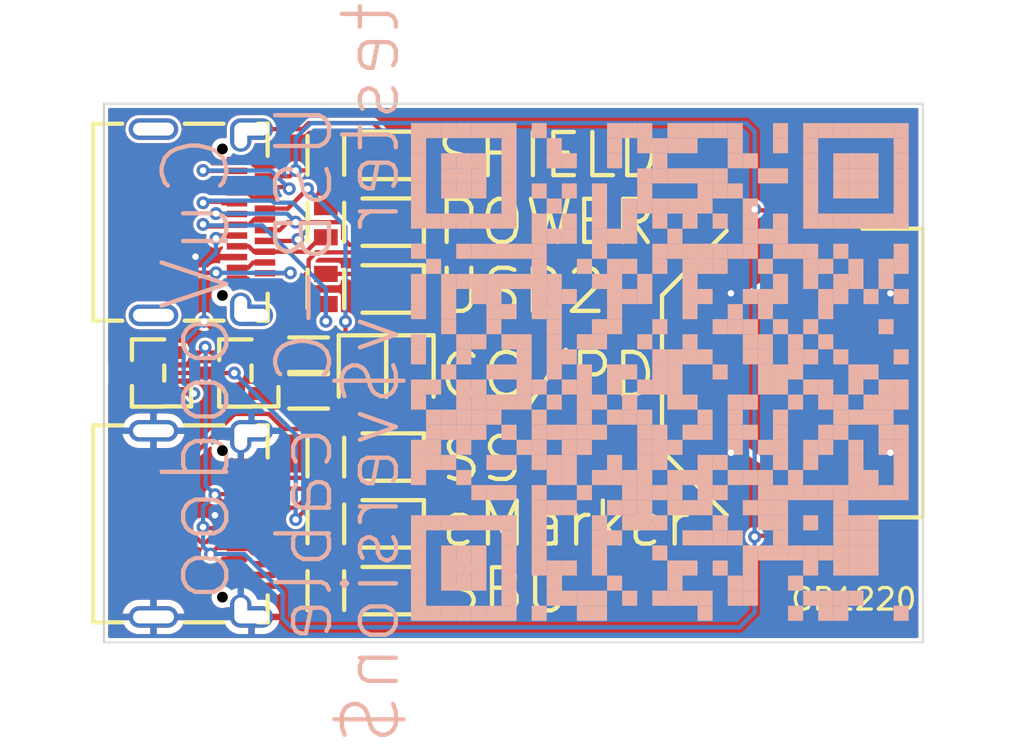
<source format=kicad_pcb>
(kicad_pcb (version 20211014) (generator pcbnew)

  (general
    (thickness 1.09)
  )

  (paper "A4")
  (title_block
    (title "USB-C cable tester")
    (date "$date$")
    (rev "$version$.$revision$")
    (company "CuVoodoo")
    (comment 1 "King Kévin")
    (comment 2 "CERN-OHL-S")
  )

  (layers
    (0 "F.Cu" signal)
    (31 "B.Cu" signal)
    (32 "B.Adhes" user "B.Adhesive")
    (33 "F.Adhes" user "F.Adhesive")
    (34 "B.Paste" user)
    (35 "F.Paste" user)
    (36 "B.SilkS" user "B.Silkscreen")
    (37 "F.SilkS" user "F.Silkscreen")
    (38 "B.Mask" user)
    (39 "F.Mask" user)
    (40 "Dwgs.User" user "User.Drawings")
    (41 "Cmts.User" user "User.Comments")
    (42 "Eco1.User" user "User.Eco1")
    (43 "Eco2.User" user "User.Eco2")
    (44 "Edge.Cuts" user)
    (45 "Margin" user)
    (46 "B.CrtYd" user "B.Courtyard")
    (47 "F.CrtYd" user "F.Courtyard")
    (48 "B.Fab" user)
    (49 "F.Fab" user)
    (50 "User.1" user)
    (51 "User.2" user)
    (52 "User.3" user)
    (53 "User.4" user)
    (54 "User.5" user)
    (55 "User.6" user)
    (56 "User.7" user)
    (57 "User.8" user)
    (58 "User.9" user)
  )

  (setup
    (stackup
      (layer "F.SilkS" (type "Top Silk Screen"))
      (layer "F.Paste" (type "Top Solder Paste"))
      (layer "F.Mask" (type "Top Solder Mask") (thickness 0.01))
      (layer "F.Cu" (type "copper") (thickness 0.035))
      (layer "dielectric 1" (type "core") (thickness 1) (material "FR4") (epsilon_r 4.5) (loss_tangent 0.02))
      (layer "B.Cu" (type "copper") (thickness 0.035))
      (layer "B.Mask" (type "Bottom Solder Mask") (thickness 0.01))
      (layer "B.Paste" (type "Bottom Solder Paste"))
      (layer "B.SilkS" (type "Bottom Silk Screen"))
      (copper_finish "HAL lead-free")
      (dielectric_constraints no)
    )
    (pad_to_mask_clearance 0)
    (aux_axis_origin 66.45 121.6)
    (grid_origin 70.4 141.1)
    (pcbplotparams
      (layerselection 0x00010fc_ffffffff)
      (disableapertmacros false)
      (usegerberextensions false)
      (usegerberattributes true)
      (usegerberadvancedattributes true)
      (creategerberjobfile true)
      (svguseinch false)
      (svgprecision 6)
      (excludeedgelayer true)
      (plotframeref false)
      (viasonmask false)
      (mode 1)
      (useauxorigin false)
      (hpglpennumber 1)
      (hpglpenspeed 20)
      (hpglpendiameter 15.000000)
      (dxfpolygonmode true)
      (dxfimperialunits true)
      (dxfusepcbnewfont true)
      (psnegative false)
      (psa4output false)
      (plotreference true)
      (plotvalue true)
      (plotinvisibletext false)
      (sketchpadsonfab false)
      (subtractmaskfromsilk false)
      (outputformat 1)
      (mirror false)
      (drillshape 0)
      (scaleselection 1)
      (outputdirectory "fabrication/")
    )
  )

  (net 0 "")
  (net 1 "VCC")
  (net 2 "GND")
  (net 3 "Net-(D2-Pad2)")
  (net 4 "/Dn")
  (net 5 "Net-(D4-Pad2)")
  (net 6 "Net-(D5-Pad1)")
  (net 7 "Net-(D6-Pad2)")
  (net 8 "Net-(D7-Pad2)")
  (net 9 "Net-(J1-PadA1)")
  (net 10 "/SS1")
  (net 11 "Net-(J1-PadA4)")
  (net 12 "/CC1")
  (net 13 "/Dp")
  (net 14 "/SBU")
  (net 15 "/VBUS")
  (net 16 "/SS2")
  (net 17 "/SS1-2")
  (net 18 "/CC2")
  (net 19 "unconnected-(J1-PadS2)")
  (net 20 "unconnected-(J1-PadS3)")
  (net 21 "unconnected-(J1-PadS4)")
  (net 22 "Net-(J2-PadA10)")
  (net 23 "Net-(J2-PadB2)")
  (net 24 "Net-(J2-PadB10)")
  (net 25 "/eMark")
  (net 26 "Net-(D1-Pad1)")
  (net 27 "Net-(D1-Pad2)")
  (net 28 "Net-(D3-Pad2)")
  (net 29 "Net-(D5-Pad2)")
  (net 30 "Net-(D8-Pad2)")
  (net 31 "Net-(D2-Pad1)")
  (net 32 "Net-(R5-Pad2)")
  (net 33 "Net-(R4-Pad2)")

  (footprint "mylib:UC1608X55N" (layer "F.Cu") (at 76.9 127.1))

  (footprint "mylib:LEDC2012X80N" (layer "F.Cu") (at 78.6 134.1))

  (footprint "mylib:LEDC2012X80N" (layer "F.Cu") (at 80.8 134.1))

  (footprint "mylib:SOT95P237X112-3N" (layer "F.Cu") (at 72.7 134.1 180))

  (footprint "kikit:Tab" (layer "F.Cu") (at 104.85 134.1 180))

  (footprint "mylib:CONNECTOR_XKB_U262-24XN-4BV64" (layer "F.Cu") (at 70.15 141.1 -90))

  (footprint "mylib:LEDC2012X80N" (layer "F.Cu") (at 79.7 127.1 -90))

  (footprint "mylib:LEDC2012X80N" (layer "F.Cu") (at 79.7 130.2 -90))

  (footprint "mylib:LEDC2012X80N" (layer "F.Cu") (at 79.7 124 -90))

  (footprint "kikit:Tab" (layer "F.Cu") (at 66.25 127.1))

  (footprint "mylib:LEDC2012X80N" (layer "F.Cu") (at 79.7 144.2 -90))

  (footprint "mylib:CONNECTOR_MY-1220-03" (layer "F.Cu") (at 98.5 134.1 -90))

  (footprint "mylib:UC1608X55N" (layer "F.Cu") (at 76.9 130.2 180))

  (footprint "mylib:UC1608X55N" (layer "F.Cu") (at 76.9 141.1))

  (footprint "mylib:SOT95P237X112-3N" (layer "F.Cu") (at 68.65 134.1 180))

  (footprint "mylib:UC1608X55N" (layer "F.Cu") (at 76.1 134.9 90))

  (footprint "mylib:UC1608X55N" (layer "F.Cu") (at 76.9 124))

  (footprint "mylib:LEDC2012X80N" (layer "F.Cu") (at 79.7 141.1 -90))

  (footprint "mylib:UC1608X55N" (layer "F.Cu") (at 76.9 138))

  (footprint "kikit:Tab" (layer "F.Cu") (at 66.25 141.1))

  (footprint "mylib:CONNECTOR_XKB_U262-24XN-4BV64" (layer "F.Cu") (at 70.15 127.1 -90))

  (footprint "mylib:UC1608X55N" (layer "F.Cu") (at 76.9 144.2 180))

  (footprint "mylib:LEDC2012X80N" (layer "F.Cu") (at 79.7 138 -90))

  (footprint "mylib:UC1608X55N" (layer "F.Cu") (at 76.1 133.3 -90))

  (footprint "mylib:QR" (layer "B.Cu") (at 92.4 134.05 -90))

  (gr_rect (start 66.6 121.6) (end 104.6 146.6) (layer "Edge.Cuts") (width 0.1) (fill none) (tstamp d49bc88e-ee09-43df-b23b-d7aad3f6b773))
  (gr_text "CuVoodoo" (at 70.9 133.9 90) (layer "B.SilkS") (tstamp 5c94dfd4-1fb7-49f5-98ea-4f333790c493)
    (effects (font (size 3 3) (thickness 0.2)) (justify mirror))
  )
  (gr_text "USB-C cable" (at 75.9 134.1 90) (layer "B.SilkS") (tstamp a5d6f3fb-d8a8-475a-b284-836a2dfee2b2)
    (effects (font (size 2.5 2.5) (thickness 0.2)) (justify mirror))
  )
  (gr_text "tester  v$version$" (at 79 134.1 90) (layer "B.SilkS") (tstamp ed18d69f-b1e8-4d59-8aec-ac19ba2cfb94)
    (effects (font (size 2.5 2.5) (thickness 0.2)) (justify mirror))
  )
  (gr_text "SS" (at 82.1 138.1) (layer "F.SilkS") (tstamp 1d7590b6-b88a-4708-9c4f-13917a84c9b2)
    (effects (font (size 2 2) (thickness 0.2)) (justify left))
  )
  (gr_text "SBU" (at 82.1 144.2) (layer "F.SilkS") (tstamp 217c58e4-17e5-40f4-bfed-92b5d3ed7c6a)
    (effects (font (size 2 2) (thickness 0.2)) (justify left))
  )
  (gr_text "CR1220" (at 101.4 144.6) (layer "F.SilkS") (tstamp 4274a590-33de-4e4a-8dc2-0814ea614721)
    (effects (font (size 1 1) (thickness 0.153)))
  )
  (gr_text "CC/PD" (at 82 134.2) (layer "F.SilkS") (tstamp 6aef261e-271e-4833-b863-20c8784f5a4a)
    (effects (font (size 2 2) (thickness 0.2)) (justify left))
  )
  (gr_text "eMarker" (at 82.1 141.1) (layer "F.SilkS") (tstamp 9d443c4a-8a02-4ae1-809a-5f12b4afa778)
    (effects (font (size 2 2) (thickness 0.2)) (justify left))
  )
  (gr_text "POWER" (at 81.9 127.1) (layer "F.SilkS") (tstamp c2f1674d-db01-4489-bbca-537cc8f4d463)
    (effects (font (size 2 2) (thickness 0.2)) (justify left))
  )
  (gr_text "SHIELD" (at 81.9 124) (layer "F.SilkS") (tstamp cf4356eb-763e-4364-a9dd-d93c80530f21)
    (effects (font (size 2 2) (thickness 0.2)) (justify left))
  )
  (gr_text "USB2" (at 81.9 130.3) (layer "F.SilkS") (tstamp ffaf3c4f-331d-4d0c-b6ef-93c07678f04f)
    (effects (font (size 2 2) (thickness 0.2)) (justify left))
  )

  (segment (start 73.33 140.22) (end 72.775 140.22) (width 0.2) (layer "F.Cu") (net 1) (tstamp 004c085f-a15c-4d92-8971-e842048995fb))
  (segment (start 72.775 140.22) (end 72.22 140.22) (width 0.2) (layer "F.Cu") (net 1) (tstamp 104fdd1d-ef72-4efb-810d-ccf9fd1a9ab5))
  (segment (start 73.53 140.97) (end 73.28 141.22) (width 0.2) (layer "F.Cu") (net 1) (tstamp 185d1155-2993-474d-931d-0b4cdaead05d))
  (segment (start 71.55 133.15) (end 73.85 133.15) (width 0.2) (layer "F.Cu") (net 1) (tstamp 1edbe7b9-e84d-4a87-97e5-b0ddad41769b))
  (segment (start 73.27 142.22) (end 72.775 142.22) (width 0.2) (layer "F.Cu") (net 1) (tstamp 2ecacca6-5783-4f30-95dc-5099164725a1))
  (segment (start 71.3 132.9) (end 71.05 133.15) (width 0.2) (layer "F.Cu") (net 1) (tstamp 4d2f4e5a-6a9a-4d14-9042-7d1fade7ba88))
  (segment (start 72.03 141.22) (end 71.95 141.3) (width 0.2) (layer "F.Cu") (net 1) (tstamp 4de7433c-7a67-4f40-aeee-603725a2edf0))
  (segment (start 74.075 139.97) (end 73.58 139.97) (width 0.2) (layer "F.Cu") (net 1) (tstamp 5c77833b-ab5d-49f7-a6fd-84e8c4d9866a))
  (segment (start 75.25 133.15) (end 75.4 133.3) (width 0.2) (layer "F.Cu") (net 1) (tstamp 5cac55af-1212-41e1-a55a-ef582119b934))
  (segment (start 73.85 133.15) (end 75.25 133.15) (width 0.2) (layer "F.Cu") (net 1) (tstamp 5d189db2-a28b-426a-a33d-b5258319b086))
  (segment (start 72.775 142.22) (end 71.83 142.22) (width 0.2) (layer "F.Cu") (net 1) (tstamp 62d1ffdf-9bfa-4f6d-91be-6592de30c860))
  (segment (start 71.78 139.72) (end 71.75 139.75) (width 0.2) (layer "F.Cu") (net 1) (tstamp 6c066038-60bd-4ad0-800a-7ca346617321))
  (segment (start 72.775 139.72) (end 71.78 139.72) (width 0.2) (layer "F.Cu") (net 1) (tstamp 76f3cf31-160f-49fa-9953-91946f3bc203))
  (segment (start 71.83 142.22) (end 71.55 142.5) (width 0.2) (layer "F.Cu") (net 1) (tstamp 76f6b12c-7509-4772-84ec-76ffdb4a4e6d))
  (segment (start 72.22 140.22) (end 71.75 139.75) (width 0.2) (layer "F.Cu") (net 1) (tstamp 8043e95a-e830-4c4b-b0ec-fb1878ef72c9))
  (segment (start 71.3 132.9) (end 71.55 133.15) (width 0.2) (layer "F.Cu") (net 1) (tstamp 8ad37cf2-4faa-497e-ab79-21345361c7ac))
  (segment (start 73.52 142.47) (end 73.27 142.22) (width 0.2) (layer "F.Cu") (net 1) (tstamp a7edc0c4-ea37-41fb-a904-85fc841f651b))
  (segment (start 74.075 124.97) (end 75.23 124.97) (width 0.2) (layer "F.Cu") (net 1) (tstamp ae67afc6-1afc-485b-81f8-5f38af8fa948))
  (segment (start 96.8 126.5) (end 96.85 126.55) (width 0.2) (layer "F.Cu") (net 1) (tstamp b4195ade-e5a0-4cc7-9257-960881340a95))
  (segment (start 73.58 139.97) (end 73.33 140.22) (width 0.2) (layer "F.Cu") (net 1) (tstamp b8c13d3e-b564-4b32-95ba-d3bd7101e247))
  (segment (start 73.28 141.22) (end 72.775 141.22) (width 0.2) (layer "F.Cu") (net 1) (tstamp bc3d3560-6793-4d7f-8942-a88bc82d42ee))
  (segment (start 75.5 124.7) (end 76.9 124.7) (width 0.2) (layer "F.Cu") (net 1) (tstamp c45c99e0-c8d1-448d-bdee-342e282060ee))
  (segment (start 99.4 141.65) (end 96.85 141.65) (width 0.2) (layer "F.Cu") (net 1) (tstamp c57c9be3-a51c-45fb-a0d8-878e357e27db))
  (segment (start 71.25 141.3) (end 71.2 141.25) (width 0.2) (layer "F.Cu") (net 1) (tstamp d784c6f1-d558-4fe7-9a19-1b6a4f9a6de0))
  (segment (start 75.4 133.3) (end 75.4 134.9) (width 0.2) (layer "F.Cu") (net 1) (tstamp e059b73c-d2fc-4023-a962-7dba3e6fe97c))
  (segment (start 96.85 126.55) (end 99.4 126.55) (width 0.2) (layer "F.Cu") (net 1) (tstamp e2ce3c77-34ba-47c9-9d82-f3f750b00ad0))
  (segment (start 75.23 124.97) (end 75.5 124.7) (width 0.2) (layer "F.Cu") (net 1) (tstamp eaf5330c-bb9a-4f9b-9c3c-f52f1008d322))
  (segment (start 71.05 133.15) (end 69.8 133.15) (width 0.2) (layer "F.Cu") (net 1) (tstamp ed432f9d-c8d5-4e01-8b54-578ec025540d))
  (segment (start 96.85 141.65) (end 96.8 141.7) (width 0.2) (layer "F.Cu") (net 1) (tstamp ee08dc40-b2fd-4748-9619-f544814d0355))
  (segment (start 71.95 141.3) (end 71.25 141.3) (width 0.2) (layer "F.Cu") (net 1) (tstamp f050ab4f-6c5c-4c25-8dab-56f6836efdda))
  (segment (start 74.075 142.47) (end 73.52 142.47) (width 0.2) (layer "F.Cu") (net 1) (tstamp f1c11a03-79e8-4ffe-86d1-a8a2632f7964))
  (segment (start 72.775 141.22) (end 72.03 141.22) (width 0.2) (layer "F.Cu") (net 1) (tstamp f3ea407b-f011-481a-88e2-3f3ae08dd75a))
  (segment (start 74.075 140.97) (end 73.53 140.97) (width 0.2) (layer "F.Cu") (net 1) (tstamp fbeaa0b7-84d9-46bb-851c-7706f418fdc2))
  (via (at 96.8 141.7) (size 0.6) (drill 0.3) (layers "F.Cu" "B.Cu") (free) (net 1) (tstamp 00147a47-1074-42ea-8fc5-d424c34709f5))
  (via (at 71.55 142.5) (size 0.6) (drill 0.3) (layers "F.Cu" "B.Cu") (free) (net 1) (tstamp 3f563f53-008e-4f5c-9eac-6cce0a145d03))
  (via (at 96.8 126.5) (size 0.6) (drill 0.3) (layers "F.Cu" "B.Cu") (free) (net 1) (tstamp 4492ee38-9a24-4045-960b-4df670108022))
  (via (at 75.5 124.7) (size 0.6) (drill 0.3) (layers "F.Cu" "B.Cu") (net 1) (tstamp 49448e85-bd46-4dc9-b675-76cc89450ceb))
  (via (at 71.2 141.25) (size 0.6) (drill 0.3) (layers "F.Cu" "B.Cu") (free) (net 1) (tstamp 5fc21b01-7ccb-4098-bbb0-cfc817a40f8c))
  (via (at 71.75 139.75) (size 0.6) (drill 0.3) (layers "F.Cu" "B.Cu") (free) (net 1) (tstamp 7176bf62-a551-4ce5-ab61-6e1cad8161eb))
  (via (at 71.3 132.9) (size 0.6) (drill 0.3) (layers "F.Cu" "B.Cu") (net 1) (tstamp c8933f3e-ce84-4724-a268-a085efbba864))
  (segment (start 73.12 142.5) (end 74.9 144.28) (width 0.2) (layer "B.Cu") (net 1) (tstamp 0079b710-dfb9-4bad-a40a-c14d2081b55a))
  (segment (start 71.2 141.25) (end 71.2 140.3) (width 0.2) (layer "B.Cu") (net 1) (tstamp 21f84636-4820-4537-a54b-5af0427e2a6f))
  (segment (start 71.2 140.3) (end 71.75 139.75) (width 0.2) (layer "B.Cu") (net 1) (tstamp 2996a120-24b2-4387-af0e-135e4858b5a3))
  (segment (start 76.2 122.5) (end 96.4 122.5) (width 0.2) (layer "B.Cu") (net 1) (tstamp 45a4d405-8404-4cbe-a20d-86e77f0f7fc6))
  (segment (start 71.32048 132.92048) (end 71.32048 139.32048) (width 0.2) (layer "B.Cu") (net 1) (tstamp 461162c2-47b4-40f2-857e-766a7aa041dc))
  (segment (start 96.8 122.9) (end 96.8 126.5) (width 0.2) (layer "B.Cu") (net 1) (tstamp 46f2ae81-7c4d-4c64-8b22-4f4e01a6428f))
  (segment (start 96.1 145.9) (end 96.8 145.2) (width 0.2) (layer "B.Cu") (net 1) (tstamp 506ff96c-dbc6-49c1-b55e-04e919cd32b5))
  (segment (start 71.2 141.25) (end 71.2 142.15) (width 0.2) (layer "B.Cu") (net 1) (tstamp 5fa06b48-b36f-496b-93ca-62ad43232ef7))
  (segment (start 71.3 132.9) (end 71.32048 132.92048) (width 0.2) (layer "B.Cu") (net 1) (tstamp 65b50678-2310-40c7-b17d-0dda1e2ed7cd))
  (segment (start 71.2 142.15) (end 71.55 142.5) (width 0.2) (layer "B.Cu") (net 1) (tstamp 7513cf1e-afe3-46cd-9dd9-3f5ca82edd5e))
  (segment (start 96.8 145.2) (end 96.8 141.7) (width 0.2) (layer "B.Cu") (net 1) (tstamp 84ea0e36-a52f-414a-838a-0dcc983084ed))
  (segment (start 75.3 145.9) (end 96.1 145.9) (width 0.2) (layer "B.Cu") (net 1) (tstamp 896e2731-532c-469b-8889-7b5c4ea1b142))
  (segment (start 71.55 142.5) (end 73.12 142.5) (width 0.2) (layer "B.Cu") (net 1) (tstamp 91bfddfb-245f-4827-a0dd-52d185dbcede))
  (segment (start 75.5 124.7) (end 75.5 123.2) (width 0.2) (layer "B.Cu") (net 1) (tstamp a11c84b4-7509-483f-aaf2-41f20328ee4a))
  (segment (start 74.9 145.5) (end 75.3 145.9) (width 0.2) (layer "B.Cu") (net 1) (tstamp b04744b5-08cf-40f8-b18b-467173af1c07))
  (segment (start 74.9 144.28) (end 74.9 145.5) (width 0.2) (layer "B.Cu") (net 1) (tstamp c2f3b942-1bb1-45c3-b6ba-fee9e1beb409))
  (segment (start 75.5 123.2) (end 76.2 122.5) (width 0.2) (layer "B.Cu") (net 1) (tstamp c496f902-e599-492b-a20c-17c7f822d11b))
  (segment (start 71.32048 139.32048) (end 71.75 139.75) (width 0.2) (layer "B.Cu") (net 1) (tstamp ce0f7ea2-8763-47fe-bd50-6e4d09b62e96))
  (segment (start 96.8 141.7) (end 96.8 126.5) (width 0.2) (layer "B.Cu") (net 1) (tstamp dffe8534-7b40-4237-b29f-223173eb2517))
  (segment (start 96.4 122.5) (end 96.8 122.9) (width 0.2) (layer "B.Cu") (net 1) (tstamp e93a9e8f-900a-4225-9488-153b548ef334))
  (segment (start 70.87 128.72) (end 70.85 128.7) (width 0.2) (layer "F.Cu") (net 2) (tstamp 1ccfe8df-d4a3-4726-a9b0-8089757e1634))
  (segment (start 73.27 138.22) (end 72.775 138.22) (width 0.2) (layer "F.Cu") (net 2) (tstamp 49cb8659-e4d4-4d4b-9c7f-afced24c4a50))
  (segment (start 72.775 128.72) (end 70.87 128.72) (width 0.2) (layer "F.Cu") (net 2) (tstamp 84ef6975-60fc-468e-a60d-9867fc631a5d))
  (segment (start 73.52 138.47) (end 73.27 138.22) (width 0.2) (layer "F.Cu") (net 2) (tstamp e48bf550-cbaf-4531-94ff-2f844659ef9c))
  (segment (start 74.075 138.47) (end 73.52 138.47) (width 0.2) (layer "F.Cu") (net 2) (tstamp ed261b55-ca2f-456d-8591-4e31230e625c))
  (via (at 95.7 130.4) (size 0.6) (drill 0.3) (layers "F.Cu" "B.Cu") (free) (net 2) (tstamp 10f59b07-05ef-4ad3-bf61-3344069fba0d))
  (via (at 103.1 137.8) (size 0.6) (drill 0.3) (layers "F.Cu" "B.Cu") (free) (net 2) (tstamp 3b06771d-ba3d-4dbe-9082-75a1201976b6))
  (via (at 71.75 140.7) (size 0.6) (drill 0.3) (layers "F.Cu" "B.Cu") (free) (net 2) (tstamp 438d19bf-fb2b-4312-862a-d6e2859b5d62))
  (via (at 95.7 137.8) (size 0.6) (drill 0.3) (layers "F.Cu" "B.Cu") (free) (net 2) (tstamp d74a652f-fddf-4de8-84ed-deed3d5704d2))
  (via (at 103.1 130.4) (size 0.6) (drill 0.3) (layers "F.Cu" "B.Cu") (free) (net 2) (tstamp da9a4d7e-fdfb-4956-9d85-b1a651fb3e08))
  (via (at 70.85 128.7) (size 0.6) (drill 0.3) (layers "F.Cu" "B.Cu") (free) (net 2) (tstamp ed847b16-2471-4114-84b6-ae93833a32e4))
  (segment (start 78.1 123.3) (end 78.8 124) (width 0.2) (layer "F.Cu") (net 3) (tstamp 44622fa9-6b63-454a-b9d5-0d4aa5dbbb38))
  (segment (start 76.9 123.3) (end 78.1 123.3) (width 0.2) (layer "F.Cu") (net 3) (tstamp 737b3384-17fc-4fa7-bba8-b6f5388daaa6))
  (segment (start 77.699511 127.848533) (end 78.000489 128.149511) (width 0.2) (layer "F.Cu") (net 4) (tstamp 15255a0e-9834-4d1c-802d-2fcd2b7e05b1))
  (segment (start 74.75 127.47) (end 74.075 127.47) (width 0.2) (layer "F.Cu") (net 4) (tstamp 37483d6e-17e6-47b2-9ec6-8f6549890a83))
  (segment (start 81.4 126.050978) (end 81.4 129.4) (width 0.2) (layer "F.Cu") (net 4) (tstamp 3e245a3f-934e-4a2c-8d8d-5727448a494a))
  (segment (start 77.699511 127.175489) (end 77.699511 127.848533) (width 0.2) (layer "F.Cu") (net 4) (tstamp 3f89d0df-883c-4d82-8896-3cca851dc098))
  (segment (start 79.800489 126.050489) (end 81.399511 126.050489) (width 0.2) (layer "F.Cu") (net 4) (tstamp 63ea5709-4fad-4c9f-be8c-2f3e7c35ce83))
  (segment (start 79.599511 126.251467) (end 79.800489 126.050489) (width 0.2) (layer "F.Cu") (net 4) (tstamp 7ce80997-2599-4af2-a2d1-59e6e45cfd2a))
  (segment (start 77.624022 127.1) (end 77.699511 127.175489) (width 0.2) (layer "F.Cu") (net 4) (tstamp 81ce8fac-d30c-4ce4-b168-eab5dc97ec87))
  (segment (start 75.5 127.1) (end 75.12 127.1) (width 0.2) (layer "F.Cu") (net 4) (tstamp 8414d5d6-cf2a-40f1-8e63-b2d77c81c0c4))
  (segment (start 81.4 129.4) (end 80.6 130.2) (width 0.2) (layer "F.Cu") (net 4) (tstamp 8eea5acf-adad-4975-b71c-716b1a73d07d))
  (segment (start 75.12 127.1) (end 74.75 127.47) (width 0.2) (layer "F.Cu") (net 4) (tstamp 906a847a-79c7-4650-a853-24c49d01da91))
  (segment (start 75.5 127.1) (end 77.624022 127.1) (width 0.2) (layer "F.Cu") (net 4) (tstamp 94dd912a-bfe7-4887-8562-b836e6c3af2a))
  (segment (start 81.399511 126.050489) (end 81.4 126.050978) (width 0.2) (layer "F.Cu") (net 4) (tstamp 9c05b47c-2f20-4a24-9d53-cb61aab957a6))
  (segment (start 72.775 126.72) (end 71.82 126.72) (width 0.2) (layer "F.Cu") (net 4) (tstamp a04269ea-104c-4b74-95dc-6e8328d7790a))
  (segment (start 79.599511 128.149511) (end 79.599511 126.251467) (width 0.2) (layer "F.Cu") (net 4) (tstamp aa18319f-1805-4ba3-921f-0712f3a48c00))
  (segment (start 71.82 126.72) (end 71.8 126.7) (width 0.2) (layer "F.Cu") (net 4) (tstamp ad4a3ac8-2750-4de6-9ea9-963560b17590))
  (segment (start 78.000489 128.149511) (end 79.599511 128.149511) (width 0.2) (layer "F.Cu") (net 4) (tstamp d76bb796-2701-4574-b6df-575bf79d081c))
  (via (at 75.5 127.1) (size 0.6) (drill 0.3) (layers "F.Cu" "B.Cu") (free) (net 4) (tstamp 2a16354f-5e4b-40ce-9b86-3b1b4c16b3fc))
  (via (at 71.8 126.7) (size 0.6) (drill 0.3) (layers "F.Cu" "B.Cu") (free) (net 4) (tstamp 492db1b6-b90b-4c20-8167-112342225e33))
  (segment (start 75.1 126.7) (end 71.8 126.7) (width 0.2) (layer "B.Cu") (net 4) (tstamp 0affc53a-939b-49d9-9b28-dfc4c7d52e4a))
  (segment (start 75.5 127.1) (end 75.1 126.7) (width 0.2) (layer "B.Cu") (net 4) (tstamp 7ca6f570-ffe8-4b83-9963-0c3aa25ab564))
  (segment (start 76.9 144.9) (end 78.1 144.9) (width 0.2) (layer "F.Cu") (net 5) (tstamp 1adf3094-afe7-4e85-bb27-f5c70c298ef2))
  (segment (start 78.1 144.9) (end 78.8 144.2) (width 0.2) (layer "F.Cu") (net 5) (tstamp c031c276-e3e7-4876-98cb-c87e7ff805c3))
  (segment (start 79.25 139.35) (end 80.6 138) (width 0.2) (layer "F.Cu") (net 6) (tstamp 071b0c51-84d6-4fae-a284-44c180fdde7d))
  (segment (start 74.075 139.47) (end 75.88 139.47) (width 0.2) (layer "F.Cu") (net 6) (tstamp 1e1d3b93-0476-45d6-bf3d-faf6c57b67da))
  (segment (start 76 139.35) (end 79.25 139.35) (width 0.2) (layer "F.Cu") (net 6) (tstamp c0008bc9-5a82-4e3f-baa5-09ddb23b4001))
  (segment (start 75.88 139.47) (end 76 139.35) (width 0.2) (layer "F.Cu") (net 6) (tstamp e0ca71d4-5e99-4b01-96d7-cb273fb7c30a))
  (segment (start 74.075 140.47) (end 75.152873 140.47) (width 0.2) (layer "F.Cu") (net 7) (tstamp 1ce090f1-deed-451b-b1b2-8a03579aa7b7))
  (segment (start 75.152873 140.47) (end 75.272873 140.35) (width 0.2) (layer "F.Cu") (net 7) (tstamp 1e31a62d-20f3-480b-8b90-b10524f61590))
  (segment (start 76.176458 139.69952) (end 75.525978 140.35) (width 0.2) (layer "F.Cu") (net 7) (tstamp 2d27a31d-0c67-44c5-928f-11678ace6242))
  (segment (start 81.20048 139.69952) (end 76.176458 139.69952) (width 0.2) (layer "F.Cu") (net 7) (tstamp 2f88dcbb-10ca-4b05-b3aa-e579f7113122))
  (segment (start 81.399511 136.950489) (end 81.399511 139.500489) (width 0.2) (layer "F.Cu") (net 7) (tstamp 3a468220-ebe6-4960-b369-1b504e8d69ec))
  (segment (start 75.272873 140.35) (end 75.525978 140.35) (width 0.2) (layer "F.Cu") (net 7) (tstamp b9a809d4-9da5-4da3-86a9-5f7bbff9e447))
  (segment (start 80.8 135) (end 80.8 136.350978) (width 0.2) (layer "F.Cu") (net 7) (tstamp c2df16b3-5776-4fe8-9ccf-9e1d2451a506))
  (segment (start 81.399511 139.500489) (end 81.20048 139.69952) (width 0.2) (layer "F.Cu") (net 7) (tstamp cf71de0b-a39c-49ed-baeb-5c7c2e698621))
  (segment (start 80.8 136.350978) (end 81.399511 136.950489) (width 0.2) (layer "F.Cu") (net 7) (tstamp e1ceabc3-a576-4073-9c5b-c2138b7fc19d))
  (segment (start 70.650489 138.01953) (end 72.670019 136) (width 0.2) (layer "F.Cu") (net 8) (tstamp 0290cf36-c4cd-4382-8f8e-733c2cdcf704))
  (segment (start 74.25 136) (end 74.94903 136.69903) (width 0.2) (layer "F.Cu") (net 8) (tstamp 1e1281a7-f3a4-4683-95d7-8dd4301d7a25))
  (segment (start 70.650489 141.500489) (end 70.650489 138.01953) (width 0.2) (layer "F.Cu") (net 8) (tstamp 2630da6f-4a8c-49dc-9ff6-d9590c580810))
  (segment (start 77.2 136.4) (end 78.6 135) (width 0.2) (layer "F.Cu") (net 8) (tstamp 284bf5ad-d68e-4a29-8584-8befaecdccec))
  (segment (start 76.095266 136.69903) (end 76.394296 136.4) (width 0.2) (layer "F.Cu") (net 8) (tstamp 42496a23-a7ed-4080-b42c-1f6e619a09b3))
  (segment (start 72.670019 136) (end 74.25 136) (width 0.2) (layer "F.Cu") (net 8) (tstamp 63eee08c-7d88-4432-ac0f-08b99f46b3f8))
  (segment (start 76.394296 136.4) (end 77.2 136.4) (width 0.2) (layer "F.Cu") (net 8) (tstamp 6e743f85-d69c-4ada-a9e5-d2bba50043ed))
  (segment (start 71.35 141.95) (end 71.1 141.95) (width 0.2) (layer "F.Cu") (net 8) (tstamp a757131c-b2ce-4766-8374-487444773508))
  (segment (start 74.94903 136.69903) (end 76.095266 136.69903) (width 0.2) (layer "F.Cu") (net 8) (tstamp aa34b648-c213-4278-84b7-94cf4041a2e6))
  (segment (start 71.1 141.95) (end 70.650489 141.500489) (width 0.2) (layer "F.Cu") (net 8) (tstamp d1ec94a5-d584-47c9-a15f-173d991f963b))
  (segment (start 71.58 141.72) (end 71.35 141.95) (width 0.2) (layer "F.Cu") (net 8) (tstamp e0642cc2-41dc-4286-a053-69179047a647))
  (segment (start 72.775 141.72) (end 71.58 141.72) (width 0.2) (layer "F.Cu") (net 8) (tstamp ff190461-6237-4664-bfdd-4806e11cb1cf))
  (segment (start 73.57 124.47) (end 73.32 124.22) (width 0.2) (layer "F.Cu") (net 9) (tstamp 7f42a8dd-7f2b-4714-87da-8d1280d7da99))
  (segment (start 73.32 124.22) (end 72.775 124.22) (width 0.2) (layer "F.Cu") (net 9) (tstamp a8d4fa7d-94f7-4208-8949-f008aa737088))
  (segment (start 74.075 124.47) (end 73.57 124.47) (width 0.2) (layer "F.Cu") (net 9) (tstamp d4fecd80-8fa8-4781-82a9-69b199f5a302))
  (segment (start 71.22 124.72) (end 71.2 124.7) (width 0.2) (layer "F.Cu") (net 10) (tstamp 02ceb9c1-8aa0-4fe3-ad63-13d56f4e599b))
  (segment (start 72.775 124.72) (end 71.22 124.72) (width 0.2) (layer "F.Cu") (net 10) (tstamp 3016c581-d944-4a7f-83f4-b8c5650a737a))
  (segment (start 75.12 125.47) (end 75.2 125.55) (width 0.2) (layer "F.Cu") (net 10) (tstamp 6840109c-193e-466c-b832-76c4fcbe736c))
  (segment (start 74.075 125.47) (end 75.12 125.47) (width 0.2) (layer "F.Cu") (net 10) (tstamp a6cd6ba9-4
... [193295 chars truncated]
</source>
